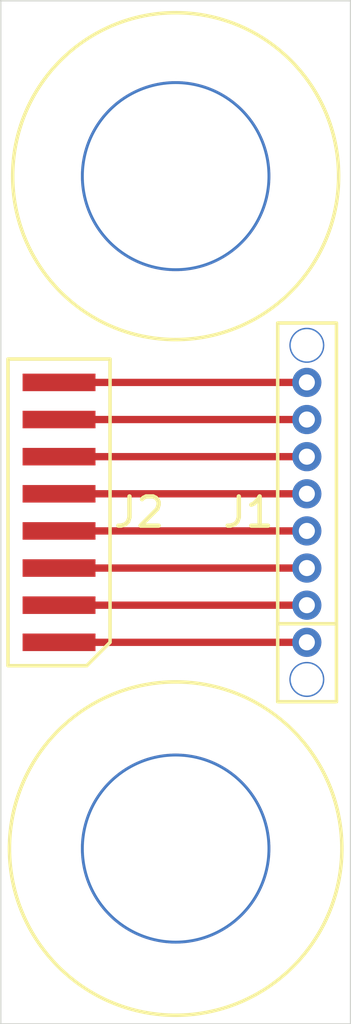
<source format=kicad_pcb>
(kicad_pcb (version 20171130) (host pcbnew "(5.1.5-0-10_14)")

  (general
    (thickness 1.6)
    (drawings 8)
    (tracks 10)
    (zones 0)
    (modules 2)
    (nets 9)
  )

  (page A4)
  (layers
    (0 F.Cu signal)
    (31 B.Cu signal hide)
    (32 B.Adhes user hide)
    (33 F.Adhes user hide)
    (34 B.Paste user hide)
    (35 F.Paste user hide)
    (36 B.SilkS user hide)
    (37 F.SilkS user)
    (38 B.Mask user hide)
    (39 F.Mask user hide)
    (40 Dwgs.User user hide)
    (41 Cmts.User user hide)
    (42 Eco1.User user hide)
    (43 Eco2.User user hide)
    (44 Edge.Cuts user)
    (45 Margin user hide)
    (46 B.CrtYd user hide)
    (47 F.CrtYd user)
    (48 B.Fab user hide)
    (49 F.Fab user hide)
  )

  (setup
    (last_trace_width 0.25)
    (trace_clearance 0.2)
    (zone_clearance 0.508)
    (zone_45_only no)
    (trace_min 0.2)
    (via_size 0.8)
    (via_drill 0.4)
    (via_min_size 0.4)
    (via_min_drill 0.3)
    (uvia_size 0.3)
    (uvia_drill 0.1)
    (uvias_allowed no)
    (uvia_min_size 0.2)
    (uvia_min_drill 0.1)
    (edge_width 0.05)
    (segment_width 0.2)
    (pcb_text_width 0.3)
    (pcb_text_size 1.5 1.5)
    (mod_edge_width 0.12)
    (mod_text_size 1 1)
    (mod_text_width 0.15)
    (pad_size 1.524 1.524)
    (pad_drill 0.762)
    (pad_to_mask_clearance 0.051)
    (solder_mask_min_width 0.25)
    (aux_axis_origin 0 0)
    (visible_elements FFFFFF7F)
    (pcbplotparams
      (layerselection 0x010fc_ffffffff)
      (usegerberextensions false)
      (usegerberattributes false)
      (usegerberadvancedattributes false)
      (creategerberjobfile false)
      (excludeedgelayer true)
      (linewidth 0.100000)
      (plotframeref false)
      (viasonmask false)
      (mode 1)
      (useauxorigin false)
      (hpglpennumber 1)
      (hpglpenspeed 20)
      (hpglpendiameter 15.000000)
      (psnegative false)
      (psa4output false)
      (plotreference true)
      (plotvalue true)
      (plotinvisibletext false)
      (padsonsilk false)
      (subtractmaskfromsilk false)
      (outputformat 1)
      (mirror false)
      (drillshape 0)
      (scaleselection 1)
      (outputdirectory "_export"))
  )

  (net 0 "")
  (net 1 "Net-(J1-Pad8)")
  (net 2 "Net-(J1-Pad7)")
  (net 3 "Net-(J1-Pad6)")
  (net 4 "Net-(J1-Pad5)")
  (net 5 "Net-(J1-Pad4)")
  (net 6 "Net-(J1-Pad3)")
  (net 7 "Net-(J1-Pad2)")
  (net 8 "Net-(J1-Pad1)")

  (net_class Default "This is the default net class."
    (clearance 0.2)
    (trace_width 0.25)
    (via_dia 0.8)
    (via_drill 0.4)
    (uvia_dia 0.3)
    (uvia_drill 0.1)
    (add_net "Net-(J1-Pad1)")
    (add_net "Net-(J1-Pad2)")
    (add_net "Net-(J1-Pad3)")
    (add_net "Net-(J1-Pad4)")
    (add_net "Net-(J1-Pad5)")
    (add_net "Net-(J1-Pad6)")
    (add_net "Net-(J1-Pad7)")
    (add_net "Net-(J1-Pad8)")
  )

  (module "ESLO Parts:8pin_1-27pitch_SMD" (layer F.Cu) (tedit 0) (tstamp 60B960C3)
    (at 128 99.5 90)
    (path /60BAD889)
    (attr smd)
    (fp_text reference J2 (at 0 2.75 180) (layer F.SilkS)
      (effects (font (size 1 1) (thickness 0.15)))
    )
    (fp_text value Conn_01x08_Female (at 0 -2.75 90) (layer F.Fab)
      (effects (font (size 1 1) (thickness 0.15)))
    )
    (fp_line (start -5 1.5) (end -5 -1.5) (layer F.CrtYd) (width 0.05))
    (fp_line (start 5 1.5) (end -5 1.5) (layer F.CrtYd) (width 0.05))
    (fp_line (start 5 -1.5) (end 5 1.5) (layer F.CrtYd) (width 0.05))
    (fp_line (start -5 -1.5) (end 5 -1.5) (layer F.CrtYd) (width 0.05))
    (fp_line (start 5.245 1.75) (end -4.445 1.75) (layer F.SilkS) (width 0.12))
    (fp_line (start 5.245 -1.75) (end 5.245 1.75) (layer F.SilkS) (width 0.12))
    (fp_line (start -5.245 -1.75) (end 5.245 -1.75) (layer F.SilkS) (width 0.12))
    (fp_line (start -5.245 0.95) (end -5.245 -1.75) (layer F.SilkS) (width 0.12))
    (fp_line (start -4.445 1.75) (end -5.245 0.95) (layer F.SilkS) (width 0.12))
    (pad 8 smd rect (at 4.445 0 90) (size 0.6 2.5) (layers F.Cu F.Paste F.Mask)
      (net 1 "Net-(J1-Pad8)"))
    (pad 7 smd rect (at 3.175 0 90) (size 0.6 2.5) (layers F.Cu F.Paste F.Mask)
      (net 2 "Net-(J1-Pad7)"))
    (pad 6 smd rect (at 1.905 0 90) (size 0.6 2.5) (layers F.Cu F.Paste F.Mask)
      (net 3 "Net-(J1-Pad6)"))
    (pad 5 smd rect (at 0.635 0 90) (size 0.6 2.5) (layers F.Cu F.Paste F.Mask)
      (net 4 "Net-(J1-Pad5)"))
    (pad 4 smd rect (at -0.635 0 90) (size 0.6 2.5) (layers F.Cu F.Paste F.Mask)
      (net 5 "Net-(J1-Pad4)"))
    (pad 3 smd rect (at -1.905 0 90) (size 0.6 2.5) (layers F.Cu F.Paste F.Mask)
      (net 6 "Net-(J1-Pad3)"))
    (pad 2 smd rect (at -3.175 0 90) (size 0.6 2.5) (layers F.Cu F.Paste F.Mask)
      (net 7 "Net-(J1-Pad2)"))
    (pad 1 smd rect (at -4.445 0 90) (size 0.6 2.5) (layers F.Cu F.Paste F.Mask)
      (net 8 "Net-(J1-Pad1)"))
  )

  (module "ESLO Parts:8pin_MillMax_SpringLoaded" (layer F.Cu) (tedit 60B8FEBA) (tstamp 60B95C56)
    (at 136.5 99.5 90)
    (path /60BAB1E2)
    (fp_text reference J1 (at 0 -2 180) (layer F.SilkS)
      (effects (font (size 1 1) (thickness 0.15)))
    )
    (fp_text value Conn_01x08_Male (at 0 -2 90) (layer F.Fab)
      (effects (font (size 1 1) (thickness 0.15)))
    )
    (fp_line (start -5.2 0.75) (end -5.2 -0.75) (layer F.CrtYd) (width 0.05))
    (fp_line (start 5.2 0.75) (end -5.2 0.75) (layer F.CrtYd) (width 0.05))
    (fp_line (start 5.2 -0.75) (end 5.2 0.75) (layer F.CrtYd) (width 0.05))
    (fp_line (start -5.2 -0.75) (end 5.2 -0.75) (layer F.CrtYd) (width 0.05))
    (fp_line (start -3.81 -1) (end -3.81 1) (layer F.SilkS) (width 0.12))
    (fp_line (start -6.477 1) (end -6.477 -1) (layer F.SilkS) (width 0.12))
    (fp_line (start 6.477 1.016) (end -6.477 1.016) (layer F.SilkS) (width 0.12))
    (fp_line (start 6.477 -1) (end 6.477 1) (layer F.SilkS) (width 0.12))
    (fp_line (start -6.477 -1) (end 6.477 -1) (layer F.SilkS) (width 0.12))
    (pad "" np_thru_hole circle (at 5.715 0 90) (size 1.2 1.2) (drill 1.1) (layers *.Cu *.Mask))
    (pad "" np_thru_hole circle (at -5.715 0 90) (size 1.2 1.2) (drill 1.1) (layers *.Cu *.Mask))
    (pad 8 thru_hole circle (at 4.445 0 90) (size 1 1) (drill 0.55) (layers *.Cu *.Mask)
      (net 1 "Net-(J1-Pad8)"))
    (pad 7 thru_hole circle (at 3.175 0 90) (size 1 1) (drill 0.55) (layers *.Cu *.Mask)
      (net 2 "Net-(J1-Pad7)"))
    (pad 6 thru_hole circle (at 1.905 0 90) (size 1 1) (drill 0.55) (layers *.Cu *.Mask)
      (net 3 "Net-(J1-Pad6)"))
    (pad 5 thru_hole circle (at 0.635 0 90) (size 1 1) (drill 0.55) (layers *.Cu *.Mask)
      (net 4 "Net-(J1-Pad5)"))
    (pad 4 thru_hole circle (at -0.635 0 90) (size 1 1) (drill 0.55) (layers *.Cu *.Mask)
      (net 5 "Net-(J1-Pad4)"))
    (pad 3 thru_hole circle (at -1.905 0 90) (size 1 1) (drill 0.55) (layers *.Cu *.Mask)
      (net 6 "Net-(J1-Pad3)"))
    (pad 2 thru_hole circle (at -3.175 0 90) (size 1 1) (drill 0.55) (layers *.Cu *.Mask)
      (net 7 "Net-(J1-Pad2)"))
    (pad 1 thru_hole circle (at -4.445 0 90) (size 1 1) (drill 0.55) (layers *.Cu *.Mask)
      (net 8 "Net-(J1-Pad1)"))
  )

  (gr_circle (center 132 111) (end 136.5 114.5) (layer F.SilkS) (width 0.12))
  (gr_circle (center 132 88) (end 137 90.5) (layer F.SilkS) (width 0.12))
  (gr_circle (center 132 111) (end 137.5 111) (layer F.CrtYd) (width 0.05) (tstamp 60B96148))
  (gr_circle (center 132 88) (end 137.5 88) (layer F.CrtYd) (width 0.05))
  (gr_line (start 138 82) (end 126 82) (layer Edge.Cuts) (width 0.05) (tstamp 60B96107))
  (gr_line (start 138 117) (end 138 82) (layer Edge.Cuts) (width 0.05))
  (gr_line (start 126 117) (end 138 117) (layer Edge.Cuts) (width 0.05))
  (gr_line (start 126 82) (end 126 117) (layer Edge.Cuts) (width 0.05))

  (via (at 132 88) (size 6.5) (drill 6.3) (layers F.Cu B.Cu) (net 0))
  (via (at 132 111) (size 6.5) (drill 6.3) (layers F.Cu B.Cu) (net 0) (tstamp 60B9636A))
  (segment (start 128 95.055) (end 136.5 95.055) (width 0.25) (layer F.Cu) (net 1))
  (segment (start 128 96.325) (end 136.5 96.325) (width 0.25) (layer F.Cu) (net 2))
  (segment (start 128 97.595) (end 136.5 97.595) (width 0.25) (layer F.Cu) (net 3))
  (segment (start 128 98.865) (end 136.5 98.865) (width 0.25) (layer F.Cu) (net 4))
  (segment (start 128 100.135) (end 136.5 100.135) (width 0.25) (layer F.Cu) (net 5))
  (segment (start 136.5 101.405) (end 128 101.405) (width 0.25) (layer F.Cu) (net 6))
  (segment (start 136.5 102.675) (end 128 102.675) (width 0.25) (layer F.Cu) (net 7))
  (segment (start 128 103.945) (end 136.5 103.945) (width 0.25) (layer F.Cu) (net 8))

)

</source>
